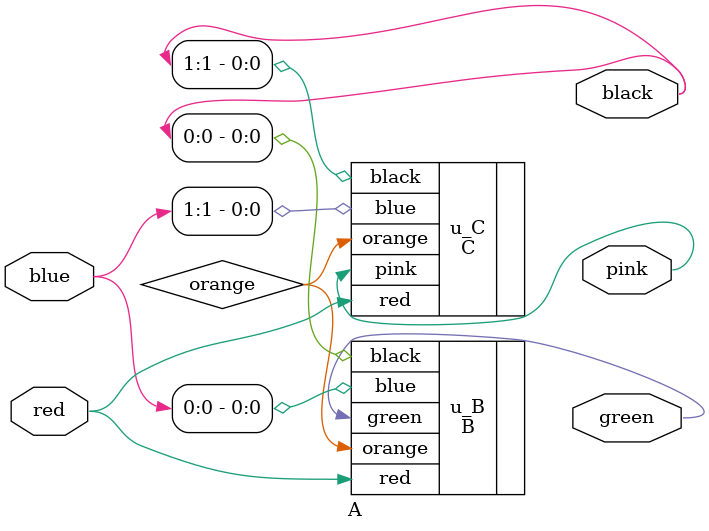
<source format=sv>
module A (
  input  var logic        red,
  input  var logic [1:0]  blue,
  output var logic        green,
  output var logic        pink,
  output var logic [1:0]  black
);

logic orange;

B u_B (
  .red,
  .blue   (blue[0]),
  .green,
  .black  (black[0]),
  .orange
);

C u_C (
  .red,
  .blue   (blue[1]),
  .pink,
  .black  (black[1]),
  .orange
);

endmodule

</source>
